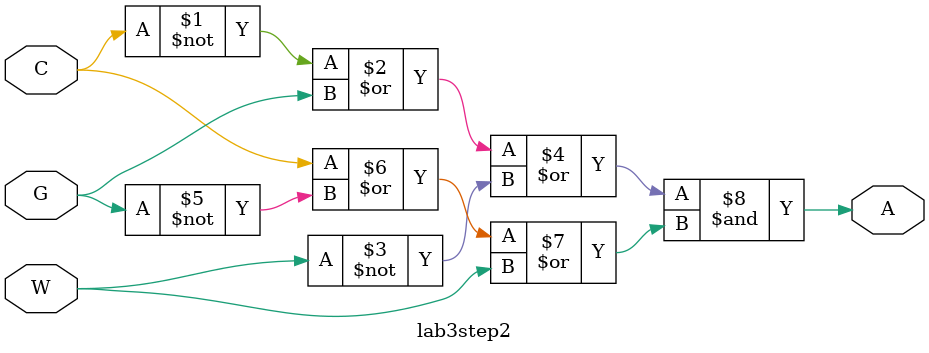
<source format=v>
module lab3step2 (A, C, G, W);
	input C, G, W; // The Cabbage, Goat, and Wolf as inputs
	output A; // The Alarm as the output
	
	assign A = ((~C|G|~W)&(C|~G|W)); // The logic expression in POS format for this circuit

endmodule
</source>
